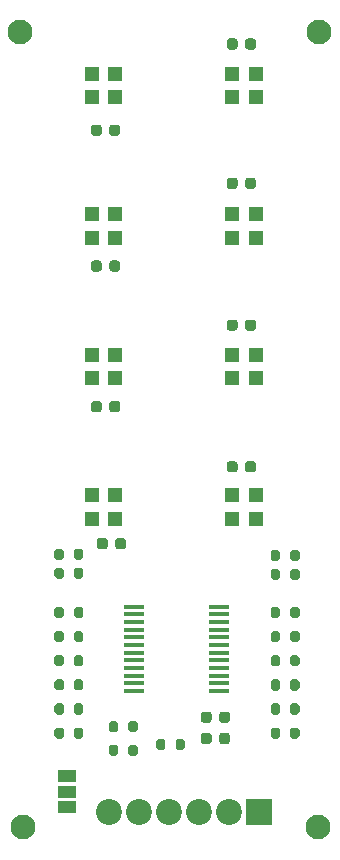
<source format=gts>
%TF.GenerationSoftware,KiCad,Pcbnew,(5.1.12)-1*%
%TF.CreationDate,2022-08-18T11:29:56-07:00*%
%TF.ProjectId,HighPressureSensorArray,48696768-5072-4657-9373-75726553656e,rev?*%
%TF.SameCoordinates,Original*%
%TF.FileFunction,Soldermask,Top*%
%TF.FilePolarity,Negative*%
%FSLAX46Y46*%
G04 Gerber Fmt 4.6, Leading zero omitted, Abs format (unit mm)*
G04 Created by KiCad (PCBNEW (5.1.12)-1) date 2022-08-18 11:29:56*
%MOMM*%
%LPD*%
G01*
G04 APERTURE LIST*
%ADD10R,1.300000X1.300000*%
%ADD11R,1.500000X1.000000*%
%ADD12R,1.750000X0.450000*%
%ADD13C,2.100000*%
%ADD14R,2.200000X2.200000*%
%ADD15C,2.200000*%
G04 APERTURE END LIST*
D10*
X122812600Y-68900400D03*
X122812600Y-66900400D03*
X124812600Y-68900400D03*
X124812600Y-66900400D03*
D11*
X120750000Y-90700000D03*
X120750000Y-93300000D03*
X120750000Y-92000000D03*
G36*
G01*
X124325000Y-36250000D02*
X124325000Y-35750000D01*
G75*
G02*
X124550000Y-35525000I225000J0D01*
G01*
X125000000Y-35525000D01*
G75*
G02*
X125225000Y-35750000I0J-225000D01*
G01*
X125225000Y-36250000D01*
G75*
G02*
X125000000Y-36475000I-225000J0D01*
G01*
X124550000Y-36475000D01*
G75*
G02*
X124325000Y-36250000I0J225000D01*
G01*
G37*
G36*
G01*
X122775000Y-36250000D02*
X122775000Y-35750000D01*
G75*
G02*
X123000000Y-35525000I225000J0D01*
G01*
X123450000Y-35525000D01*
G75*
G02*
X123675000Y-35750000I0J-225000D01*
G01*
X123675000Y-36250000D01*
G75*
G02*
X123450000Y-36475000I-225000J0D01*
G01*
X123000000Y-36475000D01*
G75*
G02*
X122775000Y-36250000I0J225000D01*
G01*
G37*
G36*
G01*
X122775000Y-47750000D02*
X122775000Y-47250000D01*
G75*
G02*
X123000000Y-47025000I225000J0D01*
G01*
X123450000Y-47025000D01*
G75*
G02*
X123675000Y-47250000I0J-225000D01*
G01*
X123675000Y-47750000D01*
G75*
G02*
X123450000Y-47975000I-225000J0D01*
G01*
X123000000Y-47975000D01*
G75*
G02*
X122775000Y-47750000I0J225000D01*
G01*
G37*
G36*
G01*
X124325000Y-47750000D02*
X124325000Y-47250000D01*
G75*
G02*
X124550000Y-47025000I225000J0D01*
G01*
X125000000Y-47025000D01*
G75*
G02*
X125225000Y-47250000I0J-225000D01*
G01*
X125225000Y-47750000D01*
G75*
G02*
X125000000Y-47975000I-225000J0D01*
G01*
X124550000Y-47975000D01*
G75*
G02*
X124325000Y-47750000I0J225000D01*
G01*
G37*
G36*
G01*
X124325000Y-59650000D02*
X124325000Y-59150000D01*
G75*
G02*
X124550000Y-58925000I225000J0D01*
G01*
X125000000Y-58925000D01*
G75*
G02*
X125225000Y-59150000I0J-225000D01*
G01*
X125225000Y-59650000D01*
G75*
G02*
X125000000Y-59875000I-225000J0D01*
G01*
X124550000Y-59875000D01*
G75*
G02*
X124325000Y-59650000I0J225000D01*
G01*
G37*
G36*
G01*
X122775000Y-59650000D02*
X122775000Y-59150000D01*
G75*
G02*
X123000000Y-58925000I225000J0D01*
G01*
X123450000Y-58925000D01*
G75*
G02*
X123675000Y-59150000I0J-225000D01*
G01*
X123675000Y-59650000D01*
G75*
G02*
X123450000Y-59875000I-225000J0D01*
G01*
X123000000Y-59875000D01*
G75*
G02*
X122775000Y-59650000I0J225000D01*
G01*
G37*
G36*
G01*
X123275000Y-71250000D02*
X123275000Y-70750000D01*
G75*
G02*
X123500000Y-70525000I225000J0D01*
G01*
X123950000Y-70525000D01*
G75*
G02*
X124175000Y-70750000I0J-225000D01*
G01*
X124175000Y-71250000D01*
G75*
G02*
X123950000Y-71475000I-225000J0D01*
G01*
X123500000Y-71475000D01*
G75*
G02*
X123275000Y-71250000I0J225000D01*
G01*
G37*
G36*
G01*
X124825000Y-71250000D02*
X124825000Y-70750000D01*
G75*
G02*
X125050000Y-70525000I225000J0D01*
G01*
X125500000Y-70525000D01*
G75*
G02*
X125725000Y-70750000I0J-225000D01*
G01*
X125725000Y-71250000D01*
G75*
G02*
X125500000Y-71475000I-225000J0D01*
G01*
X125050000Y-71475000D01*
G75*
G02*
X124825000Y-71250000I0J225000D01*
G01*
G37*
G36*
G01*
X135175000Y-28450000D02*
X135175000Y-28950000D01*
G75*
G02*
X134950000Y-29175000I-225000J0D01*
G01*
X134500000Y-29175000D01*
G75*
G02*
X134275000Y-28950000I0J225000D01*
G01*
X134275000Y-28450000D01*
G75*
G02*
X134500000Y-28225000I225000J0D01*
G01*
X134950000Y-28225000D01*
G75*
G02*
X135175000Y-28450000I0J-225000D01*
G01*
G37*
G36*
G01*
X136725000Y-28450000D02*
X136725000Y-28950000D01*
G75*
G02*
X136500000Y-29175000I-225000J0D01*
G01*
X136050000Y-29175000D01*
G75*
G02*
X135825000Y-28950000I0J225000D01*
G01*
X135825000Y-28450000D01*
G75*
G02*
X136050000Y-28225000I225000J0D01*
G01*
X136500000Y-28225000D01*
G75*
G02*
X136725000Y-28450000I0J-225000D01*
G01*
G37*
G36*
G01*
X136725000Y-40250000D02*
X136725000Y-40750000D01*
G75*
G02*
X136500000Y-40975000I-225000J0D01*
G01*
X136050000Y-40975000D01*
G75*
G02*
X135825000Y-40750000I0J225000D01*
G01*
X135825000Y-40250000D01*
G75*
G02*
X136050000Y-40025000I225000J0D01*
G01*
X136500000Y-40025000D01*
G75*
G02*
X136725000Y-40250000I0J-225000D01*
G01*
G37*
G36*
G01*
X135175000Y-40250000D02*
X135175000Y-40750000D01*
G75*
G02*
X134950000Y-40975000I-225000J0D01*
G01*
X134500000Y-40975000D01*
G75*
G02*
X134275000Y-40750000I0J225000D01*
G01*
X134275000Y-40250000D01*
G75*
G02*
X134500000Y-40025000I225000J0D01*
G01*
X134950000Y-40025000D01*
G75*
G02*
X135175000Y-40250000I0J-225000D01*
G01*
G37*
G36*
G01*
X136725000Y-52250000D02*
X136725000Y-52750000D01*
G75*
G02*
X136500000Y-52975000I-225000J0D01*
G01*
X136050000Y-52975000D01*
G75*
G02*
X135825000Y-52750000I0J225000D01*
G01*
X135825000Y-52250000D01*
G75*
G02*
X136050000Y-52025000I225000J0D01*
G01*
X136500000Y-52025000D01*
G75*
G02*
X136725000Y-52250000I0J-225000D01*
G01*
G37*
G36*
G01*
X135175000Y-52250000D02*
X135175000Y-52750000D01*
G75*
G02*
X134950000Y-52975000I-225000J0D01*
G01*
X134500000Y-52975000D01*
G75*
G02*
X134275000Y-52750000I0J225000D01*
G01*
X134275000Y-52250000D01*
G75*
G02*
X134500000Y-52025000I225000J0D01*
G01*
X134950000Y-52025000D01*
G75*
G02*
X135175000Y-52250000I0J-225000D01*
G01*
G37*
G36*
G01*
X135175000Y-64250000D02*
X135175000Y-64750000D01*
G75*
G02*
X134950000Y-64975000I-225000J0D01*
G01*
X134500000Y-64975000D01*
G75*
G02*
X134275000Y-64750000I0J225000D01*
G01*
X134275000Y-64250000D01*
G75*
G02*
X134500000Y-64025000I225000J0D01*
G01*
X134950000Y-64025000D01*
G75*
G02*
X135175000Y-64250000I0J-225000D01*
G01*
G37*
G36*
G01*
X136725000Y-64250000D02*
X136725000Y-64750000D01*
G75*
G02*
X136500000Y-64975000I-225000J0D01*
G01*
X136050000Y-64975000D01*
G75*
G02*
X135825000Y-64750000I0J225000D01*
G01*
X135825000Y-64250000D01*
G75*
G02*
X136050000Y-64025000I225000J0D01*
G01*
X136500000Y-64025000D01*
G75*
G02*
X136725000Y-64250000I0J-225000D01*
G01*
G37*
G36*
G01*
X132075000Y-85950000D02*
X132075000Y-85450000D01*
G75*
G02*
X132300000Y-85225000I225000J0D01*
G01*
X132750000Y-85225000D01*
G75*
G02*
X132975000Y-85450000I0J-225000D01*
G01*
X132975000Y-85950000D01*
G75*
G02*
X132750000Y-86175000I-225000J0D01*
G01*
X132300000Y-86175000D01*
G75*
G02*
X132075000Y-85950000I0J225000D01*
G01*
G37*
G36*
G01*
X133625000Y-85950000D02*
X133625000Y-85450000D01*
G75*
G02*
X133850000Y-85225000I225000J0D01*
G01*
X134300000Y-85225000D01*
G75*
G02*
X134525000Y-85450000I0J-225000D01*
G01*
X134525000Y-85950000D01*
G75*
G02*
X134300000Y-86175000I-225000J0D01*
G01*
X133850000Y-86175000D01*
G75*
G02*
X133625000Y-85950000I0J225000D01*
G01*
G37*
G36*
G01*
X133625000Y-87750000D02*
X133625000Y-87250000D01*
G75*
G02*
X133850000Y-87025000I225000J0D01*
G01*
X134300000Y-87025000D01*
G75*
G02*
X134525000Y-87250000I0J-225000D01*
G01*
X134525000Y-87750000D01*
G75*
G02*
X134300000Y-87975000I-225000J0D01*
G01*
X133850000Y-87975000D01*
G75*
G02*
X133625000Y-87750000I0J225000D01*
G01*
G37*
G36*
G01*
X132075000Y-87750000D02*
X132075000Y-87250000D01*
G75*
G02*
X132300000Y-87025000I225000J0D01*
G01*
X132750000Y-87025000D01*
G75*
G02*
X132975000Y-87250000I0J-225000D01*
G01*
X132975000Y-87750000D01*
G75*
G02*
X132750000Y-87975000I-225000J0D01*
G01*
X132300000Y-87975000D01*
G75*
G02*
X132075000Y-87750000I0J225000D01*
G01*
G37*
G36*
G01*
X138775000Y-73325000D02*
X138775000Y-73875000D01*
G75*
G02*
X138575000Y-74075000I-200000J0D01*
G01*
X138175000Y-74075000D01*
G75*
G02*
X137975000Y-73875000I0J200000D01*
G01*
X137975000Y-73325000D01*
G75*
G02*
X138175000Y-73125000I200000J0D01*
G01*
X138575000Y-73125000D01*
G75*
G02*
X138775000Y-73325000I0J-200000D01*
G01*
G37*
G36*
G01*
X140425000Y-73325000D02*
X140425000Y-73875000D01*
G75*
G02*
X140225000Y-74075000I-200000J0D01*
G01*
X139825000Y-74075000D01*
G75*
G02*
X139625000Y-73875000I0J200000D01*
G01*
X139625000Y-73325000D01*
G75*
G02*
X139825000Y-73125000I200000J0D01*
G01*
X140225000Y-73125000D01*
G75*
G02*
X140425000Y-73325000I0J-200000D01*
G01*
G37*
G36*
G01*
X140425000Y-71725000D02*
X140425000Y-72275000D01*
G75*
G02*
X140225000Y-72475000I-200000J0D01*
G01*
X139825000Y-72475000D01*
G75*
G02*
X139625000Y-72275000I0J200000D01*
G01*
X139625000Y-71725000D01*
G75*
G02*
X139825000Y-71525000I200000J0D01*
G01*
X140225000Y-71525000D01*
G75*
G02*
X140425000Y-71725000I0J-200000D01*
G01*
G37*
G36*
G01*
X138775000Y-71725000D02*
X138775000Y-72275000D01*
G75*
G02*
X138575000Y-72475000I-200000J0D01*
G01*
X138175000Y-72475000D01*
G75*
G02*
X137975000Y-72275000I0J200000D01*
G01*
X137975000Y-71725000D01*
G75*
G02*
X138175000Y-71525000I200000J0D01*
G01*
X138575000Y-71525000D01*
G75*
G02*
X138775000Y-71725000I0J-200000D01*
G01*
G37*
G36*
G01*
X140425000Y-78604590D02*
X140425000Y-79154590D01*
G75*
G02*
X140225000Y-79354590I-200000J0D01*
G01*
X139825000Y-79354590D01*
G75*
G02*
X139625000Y-79154590I0J200000D01*
G01*
X139625000Y-78604590D01*
G75*
G02*
X139825000Y-78404590I200000J0D01*
G01*
X140225000Y-78404590D01*
G75*
G02*
X140425000Y-78604590I0J-200000D01*
G01*
G37*
G36*
G01*
X138775000Y-78604590D02*
X138775000Y-79154590D01*
G75*
G02*
X138575000Y-79354590I-200000J0D01*
G01*
X138175000Y-79354590D01*
G75*
G02*
X137975000Y-79154590I0J200000D01*
G01*
X137975000Y-78604590D01*
G75*
G02*
X138175000Y-78404590I200000J0D01*
G01*
X138575000Y-78404590D01*
G75*
G02*
X138775000Y-78604590I0J-200000D01*
G01*
G37*
G36*
G01*
X138775000Y-76563774D02*
X138775000Y-77113774D01*
G75*
G02*
X138575000Y-77313774I-200000J0D01*
G01*
X138175000Y-77313774D01*
G75*
G02*
X137975000Y-77113774I0J200000D01*
G01*
X137975000Y-76563774D01*
G75*
G02*
X138175000Y-76363774I200000J0D01*
G01*
X138575000Y-76363774D01*
G75*
G02*
X138775000Y-76563774I0J-200000D01*
G01*
G37*
G36*
G01*
X140425000Y-76563774D02*
X140425000Y-77113774D01*
G75*
G02*
X140225000Y-77313774I-200000J0D01*
G01*
X139825000Y-77313774D01*
G75*
G02*
X139625000Y-77113774I0J200000D01*
G01*
X139625000Y-76563774D01*
G75*
G02*
X139825000Y-76363774I200000J0D01*
G01*
X140225000Y-76363774D01*
G75*
G02*
X140425000Y-76563774I0J-200000D01*
G01*
G37*
G36*
G01*
X138775000Y-82686222D02*
X138775000Y-83236222D01*
G75*
G02*
X138575000Y-83436222I-200000J0D01*
G01*
X138175000Y-83436222D01*
G75*
G02*
X137975000Y-83236222I0J200000D01*
G01*
X137975000Y-82686222D01*
G75*
G02*
X138175000Y-82486222I200000J0D01*
G01*
X138575000Y-82486222D01*
G75*
G02*
X138775000Y-82686222I0J-200000D01*
G01*
G37*
G36*
G01*
X140425000Y-82686222D02*
X140425000Y-83236222D01*
G75*
G02*
X140225000Y-83436222I-200000J0D01*
G01*
X139825000Y-83436222D01*
G75*
G02*
X139625000Y-83236222I0J200000D01*
G01*
X139625000Y-82686222D01*
G75*
G02*
X139825000Y-82486222I200000J0D01*
G01*
X140225000Y-82486222D01*
G75*
G02*
X140425000Y-82686222I0J-200000D01*
G01*
G37*
G36*
G01*
X140425000Y-80645406D02*
X140425000Y-81195406D01*
G75*
G02*
X140225000Y-81395406I-200000J0D01*
G01*
X139825000Y-81395406D01*
G75*
G02*
X139625000Y-81195406I0J200000D01*
G01*
X139625000Y-80645406D01*
G75*
G02*
X139825000Y-80445406I200000J0D01*
G01*
X140225000Y-80445406D01*
G75*
G02*
X140425000Y-80645406I0J-200000D01*
G01*
G37*
G36*
G01*
X138775000Y-80645406D02*
X138775000Y-81195406D01*
G75*
G02*
X138575000Y-81395406I-200000J0D01*
G01*
X138175000Y-81395406D01*
G75*
G02*
X137975000Y-81195406I0J200000D01*
G01*
X137975000Y-80645406D01*
G75*
G02*
X138175000Y-80445406I200000J0D01*
G01*
X138575000Y-80445406D01*
G75*
G02*
X138775000Y-80645406I0J-200000D01*
G01*
G37*
G36*
G01*
X140425000Y-86767857D02*
X140425000Y-87317857D01*
G75*
G02*
X140225000Y-87517857I-200000J0D01*
G01*
X139825000Y-87517857D01*
G75*
G02*
X139625000Y-87317857I0J200000D01*
G01*
X139625000Y-86767857D01*
G75*
G02*
X139825000Y-86567857I200000J0D01*
G01*
X140225000Y-86567857D01*
G75*
G02*
X140425000Y-86767857I0J-200000D01*
G01*
G37*
G36*
G01*
X138775000Y-86767857D02*
X138775000Y-87317857D01*
G75*
G02*
X138575000Y-87517857I-200000J0D01*
G01*
X138175000Y-87517857D01*
G75*
G02*
X137975000Y-87317857I0J200000D01*
G01*
X137975000Y-86767857D01*
G75*
G02*
X138175000Y-86567857I200000J0D01*
G01*
X138575000Y-86567857D01*
G75*
G02*
X138775000Y-86767857I0J-200000D01*
G01*
G37*
G36*
G01*
X138775000Y-84727038D02*
X138775000Y-85277038D01*
G75*
G02*
X138575000Y-85477038I-200000J0D01*
G01*
X138175000Y-85477038D01*
G75*
G02*
X137975000Y-85277038I0J200000D01*
G01*
X137975000Y-84727038D01*
G75*
G02*
X138175000Y-84527038I200000J0D01*
G01*
X138575000Y-84527038D01*
G75*
G02*
X138775000Y-84727038I0J-200000D01*
G01*
G37*
G36*
G01*
X140425000Y-84727038D02*
X140425000Y-85277038D01*
G75*
G02*
X140225000Y-85477038I-200000J0D01*
G01*
X139825000Y-85477038D01*
G75*
G02*
X139625000Y-85277038I0J200000D01*
G01*
X139625000Y-84727038D01*
G75*
G02*
X139825000Y-84527038I200000J0D01*
G01*
X140225000Y-84527038D01*
G75*
G02*
X140425000Y-84727038I0J-200000D01*
G01*
G37*
G36*
G01*
X119675000Y-85276016D02*
X119675000Y-84726016D01*
G75*
G02*
X119875000Y-84526016I200000J0D01*
G01*
X120275000Y-84526016D01*
G75*
G02*
X120475000Y-84726016I0J-200000D01*
G01*
X120475000Y-85276016D01*
G75*
G02*
X120275000Y-85476016I-200000J0D01*
G01*
X119875000Y-85476016D01*
G75*
G02*
X119675000Y-85276016I0J200000D01*
G01*
G37*
G36*
G01*
X121325000Y-85276016D02*
X121325000Y-84726016D01*
G75*
G02*
X121525000Y-84526016I200000J0D01*
G01*
X121925000Y-84526016D01*
G75*
G02*
X122125000Y-84726016I0J-200000D01*
G01*
X122125000Y-85276016D01*
G75*
G02*
X121925000Y-85476016I-200000J0D01*
G01*
X121525000Y-85476016D01*
G75*
G02*
X121325000Y-85276016I0J200000D01*
G01*
G37*
G36*
G01*
X119675000Y-87317857D02*
X119675000Y-86767857D01*
G75*
G02*
X119875000Y-86567857I200000J0D01*
G01*
X120275000Y-86567857D01*
G75*
G02*
X120475000Y-86767857I0J-200000D01*
G01*
X120475000Y-87317857D01*
G75*
G02*
X120275000Y-87517857I-200000J0D01*
G01*
X119875000Y-87517857D01*
G75*
G02*
X119675000Y-87317857I0J200000D01*
G01*
G37*
G36*
G01*
X121325000Y-87317857D02*
X121325000Y-86767857D01*
G75*
G02*
X121525000Y-86567857I200000J0D01*
G01*
X121925000Y-86567857D01*
G75*
G02*
X122125000Y-86767857I0J-200000D01*
G01*
X122125000Y-87317857D01*
G75*
G02*
X121925000Y-87517857I-200000J0D01*
G01*
X121525000Y-87517857D01*
G75*
G02*
X121325000Y-87317857I0J200000D01*
G01*
G37*
G36*
G01*
X119675000Y-81192344D02*
X119675000Y-80642344D01*
G75*
G02*
X119875000Y-80442344I200000J0D01*
G01*
X120275000Y-80442344D01*
G75*
G02*
X120475000Y-80642344I0J-200000D01*
G01*
X120475000Y-81192344D01*
G75*
G02*
X120275000Y-81392344I-200000J0D01*
G01*
X119875000Y-81392344D01*
G75*
G02*
X119675000Y-81192344I0J200000D01*
G01*
G37*
G36*
G01*
X121325000Y-81192344D02*
X121325000Y-80642344D01*
G75*
G02*
X121525000Y-80442344I200000J0D01*
G01*
X121925000Y-80442344D01*
G75*
G02*
X122125000Y-80642344I0J-200000D01*
G01*
X122125000Y-81192344D01*
G75*
G02*
X121925000Y-81392344I-200000J0D01*
G01*
X121525000Y-81392344D01*
G75*
G02*
X121325000Y-81192344I0J200000D01*
G01*
G37*
G36*
G01*
X121325000Y-83234180D02*
X121325000Y-82684180D01*
G75*
G02*
X121525000Y-82484180I200000J0D01*
G01*
X121925000Y-82484180D01*
G75*
G02*
X122125000Y-82684180I0J-200000D01*
G01*
X122125000Y-83234180D01*
G75*
G02*
X121925000Y-83434180I-200000J0D01*
G01*
X121525000Y-83434180D01*
G75*
G02*
X121325000Y-83234180I0J200000D01*
G01*
G37*
G36*
G01*
X119675000Y-83234180D02*
X119675000Y-82684180D01*
G75*
G02*
X119875000Y-82484180I200000J0D01*
G01*
X120275000Y-82484180D01*
G75*
G02*
X120475000Y-82684180I0J-200000D01*
G01*
X120475000Y-83234180D01*
G75*
G02*
X120275000Y-83434180I-200000J0D01*
G01*
X119875000Y-83434180D01*
G75*
G02*
X119675000Y-83234180I0J200000D01*
G01*
G37*
G36*
G01*
X119675000Y-77108672D02*
X119675000Y-76558672D01*
G75*
G02*
X119875000Y-76358672I200000J0D01*
G01*
X120275000Y-76358672D01*
G75*
G02*
X120475000Y-76558672I0J-200000D01*
G01*
X120475000Y-77108672D01*
G75*
G02*
X120275000Y-77308672I-200000J0D01*
G01*
X119875000Y-77308672D01*
G75*
G02*
X119675000Y-77108672I0J200000D01*
G01*
G37*
G36*
G01*
X121325000Y-77108672D02*
X121325000Y-76558672D01*
G75*
G02*
X121525000Y-76358672I200000J0D01*
G01*
X121925000Y-76358672D01*
G75*
G02*
X122125000Y-76558672I0J-200000D01*
G01*
X122125000Y-77108672D01*
G75*
G02*
X121925000Y-77308672I-200000J0D01*
G01*
X121525000Y-77308672D01*
G75*
G02*
X121325000Y-77108672I0J200000D01*
G01*
G37*
G36*
G01*
X121325000Y-79150508D02*
X121325000Y-78600508D01*
G75*
G02*
X121525000Y-78400508I200000J0D01*
G01*
X121925000Y-78400508D01*
G75*
G02*
X122125000Y-78600508I0J-200000D01*
G01*
X122125000Y-79150508D01*
G75*
G02*
X121925000Y-79350508I-200000J0D01*
G01*
X121525000Y-79350508D01*
G75*
G02*
X121325000Y-79150508I0J200000D01*
G01*
G37*
G36*
G01*
X119675000Y-79150508D02*
X119675000Y-78600508D01*
G75*
G02*
X119875000Y-78400508I200000J0D01*
G01*
X120275000Y-78400508D01*
G75*
G02*
X120475000Y-78600508I0J-200000D01*
G01*
X120475000Y-79150508D01*
G75*
G02*
X120275000Y-79350508I-200000J0D01*
G01*
X119875000Y-79350508D01*
G75*
G02*
X119675000Y-79150508I0J200000D01*
G01*
G37*
G36*
G01*
X119675000Y-72175000D02*
X119675000Y-71625000D01*
G75*
G02*
X119875000Y-71425000I200000J0D01*
G01*
X120275000Y-71425000D01*
G75*
G02*
X120475000Y-71625000I0J-200000D01*
G01*
X120475000Y-72175000D01*
G75*
G02*
X120275000Y-72375000I-200000J0D01*
G01*
X119875000Y-72375000D01*
G75*
G02*
X119675000Y-72175000I0J200000D01*
G01*
G37*
G36*
G01*
X121325000Y-72175000D02*
X121325000Y-71625000D01*
G75*
G02*
X121525000Y-71425000I200000J0D01*
G01*
X121925000Y-71425000D01*
G75*
G02*
X122125000Y-71625000I0J-200000D01*
G01*
X122125000Y-72175000D01*
G75*
G02*
X121925000Y-72375000I-200000J0D01*
G01*
X121525000Y-72375000D01*
G75*
G02*
X121325000Y-72175000I0J200000D01*
G01*
G37*
G36*
G01*
X121325000Y-73775000D02*
X121325000Y-73225000D01*
G75*
G02*
X121525000Y-73025000I200000J0D01*
G01*
X121925000Y-73025000D01*
G75*
G02*
X122125000Y-73225000I0J-200000D01*
G01*
X122125000Y-73775000D01*
G75*
G02*
X121925000Y-73975000I-200000J0D01*
G01*
X121525000Y-73975000D01*
G75*
G02*
X121325000Y-73775000I0J200000D01*
G01*
G37*
G36*
G01*
X119675000Y-73775000D02*
X119675000Y-73225000D01*
G75*
G02*
X119875000Y-73025000I200000J0D01*
G01*
X120275000Y-73025000D01*
G75*
G02*
X120475000Y-73225000I0J-200000D01*
G01*
X120475000Y-73775000D01*
G75*
G02*
X120275000Y-73975000I-200000J0D01*
G01*
X119875000Y-73975000D01*
G75*
G02*
X119675000Y-73775000I0J200000D01*
G01*
G37*
G36*
G01*
X126725000Y-88225000D02*
X126725000Y-88775000D01*
G75*
G02*
X126525000Y-88975000I-200000J0D01*
G01*
X126125000Y-88975000D01*
G75*
G02*
X125925000Y-88775000I0J200000D01*
G01*
X125925000Y-88225000D01*
G75*
G02*
X126125000Y-88025000I200000J0D01*
G01*
X126525000Y-88025000D01*
G75*
G02*
X126725000Y-88225000I0J-200000D01*
G01*
G37*
G36*
G01*
X125075000Y-88225000D02*
X125075000Y-88775000D01*
G75*
G02*
X124875000Y-88975000I-200000J0D01*
G01*
X124475000Y-88975000D01*
G75*
G02*
X124275000Y-88775000I0J200000D01*
G01*
X124275000Y-88225000D01*
G75*
G02*
X124475000Y-88025000I200000J0D01*
G01*
X124875000Y-88025000D01*
G75*
G02*
X125075000Y-88225000I0J-200000D01*
G01*
G37*
G36*
G01*
X125075000Y-86225000D02*
X125075000Y-86775000D01*
G75*
G02*
X124875000Y-86975000I-200000J0D01*
G01*
X124475000Y-86975000D01*
G75*
G02*
X124275000Y-86775000I0J200000D01*
G01*
X124275000Y-86225000D01*
G75*
G02*
X124475000Y-86025000I200000J0D01*
G01*
X124875000Y-86025000D01*
G75*
G02*
X125075000Y-86225000I0J-200000D01*
G01*
G37*
G36*
G01*
X126725000Y-86225000D02*
X126725000Y-86775000D01*
G75*
G02*
X126525000Y-86975000I-200000J0D01*
G01*
X126125000Y-86975000D01*
G75*
G02*
X125925000Y-86775000I0J200000D01*
G01*
X125925000Y-86225000D01*
G75*
G02*
X126125000Y-86025000I200000J0D01*
G01*
X126525000Y-86025000D01*
G75*
G02*
X126725000Y-86225000I0J-200000D01*
G01*
G37*
G36*
G01*
X129075000Y-87725000D02*
X129075000Y-88275000D01*
G75*
G02*
X128875000Y-88475000I-200000J0D01*
G01*
X128475000Y-88475000D01*
G75*
G02*
X128275000Y-88275000I0J200000D01*
G01*
X128275000Y-87725000D01*
G75*
G02*
X128475000Y-87525000I200000J0D01*
G01*
X128875000Y-87525000D01*
G75*
G02*
X129075000Y-87725000I0J-200000D01*
G01*
G37*
G36*
G01*
X130725000Y-87725000D02*
X130725000Y-88275000D01*
G75*
G02*
X130525000Y-88475000I-200000J0D01*
G01*
X130125000Y-88475000D01*
G75*
G02*
X129925000Y-88275000I0J200000D01*
G01*
X129925000Y-87725000D01*
G75*
G02*
X130125000Y-87525000I200000J0D01*
G01*
X130525000Y-87525000D01*
G75*
G02*
X130725000Y-87725000I0J-200000D01*
G01*
G37*
D12*
X133600000Y-83475000D03*
X133600000Y-82825000D03*
X133600000Y-82175000D03*
X133600000Y-81525000D03*
X133600000Y-80875000D03*
X133600000Y-80225000D03*
X133600000Y-79575000D03*
X133600000Y-78925000D03*
X133600000Y-78275000D03*
X133600000Y-77625000D03*
X133600000Y-76975000D03*
X133600000Y-76325000D03*
X126400000Y-76325000D03*
X126400000Y-76975000D03*
X126400000Y-77625000D03*
X126400000Y-78275000D03*
X126400000Y-78925000D03*
X126400000Y-79575000D03*
X126400000Y-80225000D03*
X126400000Y-80875000D03*
X126400000Y-81525000D03*
X126400000Y-82175000D03*
X126400000Y-82825000D03*
X126400000Y-83475000D03*
D10*
X136712600Y-66900400D03*
X136712600Y-68900400D03*
X134712600Y-66900400D03*
X134712600Y-68900400D03*
X136712600Y-55000400D03*
X136712600Y-57000400D03*
X134712600Y-55000400D03*
X134712600Y-57000400D03*
X136712600Y-43100400D03*
X136712600Y-45100400D03*
X134712600Y-43100400D03*
X134712600Y-45100400D03*
X134712600Y-33200400D03*
X134712600Y-31200400D03*
X136712600Y-33200400D03*
X136712600Y-31200400D03*
X122812600Y-33200400D03*
X122812600Y-31200400D03*
X124812600Y-33200400D03*
X124812600Y-31200400D03*
X124812600Y-43100400D03*
X124812600Y-45100400D03*
X122812600Y-43100400D03*
X122812600Y-45100400D03*
X122812600Y-57000400D03*
X122812600Y-55000400D03*
X124812600Y-57000400D03*
X124812600Y-55000400D03*
D13*
X116800000Y-27700000D03*
X142100000Y-27700000D03*
X142000000Y-95000000D03*
X117000000Y-95000000D03*
D14*
X137000000Y-93750000D03*
D15*
X134460000Y-93750000D03*
X131920000Y-93750000D03*
X129380000Y-93750000D03*
X126840000Y-93750000D03*
X124300000Y-93750000D03*
M02*

</source>
